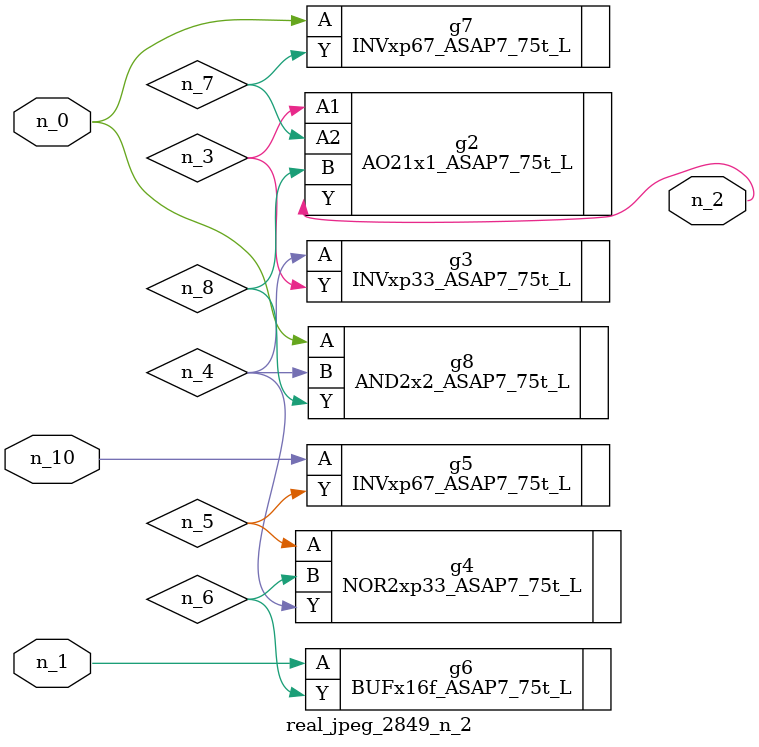
<source format=v>
module real_jpeg_2849_n_2 (n_1, n_10, n_0, n_2);

input n_1;
input n_10;
input n_0;

output n_2;

wire n_5;
wire n_4;
wire n_8;
wire n_6;
wire n_7;
wire n_3;

INVxp67_ASAP7_75t_L g7 ( 
.A(n_0),
.Y(n_7)
);

AND2x2_ASAP7_75t_L g8 ( 
.A(n_0),
.B(n_4),
.Y(n_8)
);

BUFx16f_ASAP7_75t_L g6 ( 
.A(n_1),
.Y(n_6)
);

AO21x1_ASAP7_75t_L g2 ( 
.A1(n_3),
.A2(n_7),
.B(n_8),
.Y(n_2)
);

INVxp33_ASAP7_75t_L g3 ( 
.A(n_4),
.Y(n_3)
);

NOR2xp33_ASAP7_75t_L g4 ( 
.A(n_5),
.B(n_6),
.Y(n_4)
);

INVxp67_ASAP7_75t_L g5 ( 
.A(n_10),
.Y(n_5)
);


endmodule
</source>
